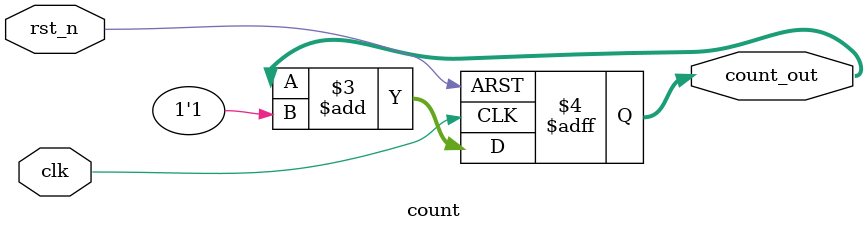
<source format=v>
module count(clk,rst_n,count_out);

input clk;//输入时钟信号
input rst_n;//输入复位信号
output reg [7:0] count_out;//计数器输出

always @ ( posedge clk or negedge rst_n )//时钟信号上升沿或复位信号下降沿有效
begin
	if( !rst_n ) begin//同步复位信号
		count_out <= 8'b0;
	end 
	else begin
		count_out <= count_out + 1'b1;//计数
	end
end
endmodule

</source>
